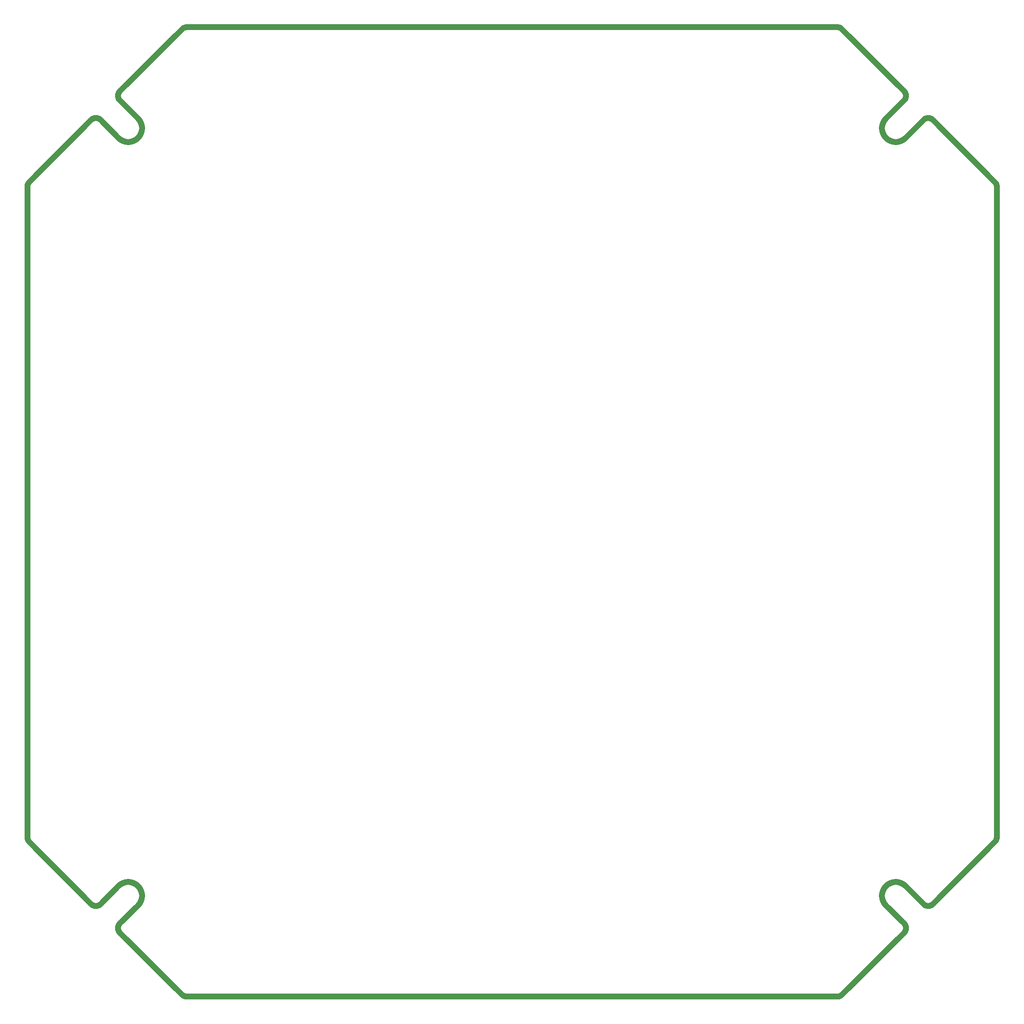
<source format=gm1>
G04*
G04 #@! TF.GenerationSoftware,Altium Limited,Altium Designer,21.9.2 (33)*
G04*
G04 Layer_Color=16711935*
%FSLAX25Y25*%
%MOIN*%
G70*
G04*
G04 #@! TF.SameCoordinates,13767C54-6F9D-4A25-A659-AB5A745D9402*
G04*
G04*
G04 #@! TF.FilePolarity,Positive*
G04*
G01*
G75*
%ADD17C,0.04724*%
D17*
X386035Y576252D02*
X386830Y575216D01*
X387330Y574011D01*
X387500Y572716D01*
Y52284D02*
Y572716D01*
X387330Y50990D02*
X387500Y52284D01*
X386830Y49784D02*
X387330Y50990D01*
X386035Y48748D02*
X386830Y49784D01*
X336243Y-1045D02*
X386035Y48748D01*
X335367Y-1743D02*
X336243Y-1045D01*
X334359Y-2228D02*
X335367Y-1743D01*
X333267Y-2478D02*
X334359Y-2228D01*
X332147Y-2478D02*
X333267D01*
X331056Y-2228D02*
X332147Y-2478D01*
X330047Y-1743D02*
X331056Y-2228D01*
X329172Y-1045D02*
X330047Y-1743D01*
X314657Y13470D02*
X329172Y-1045D01*
X312982Y14845D02*
X314657Y13470D01*
X311072Y15866D02*
X312982Y14845D01*
X308999Y16495D02*
X311072Y15866D01*
X306843Y16707D02*
X308999Y16495D01*
X304687D02*
X306843Y16707D01*
X302614Y15866D02*
X304687Y16495D01*
X300704Y14845D02*
X302614Y15866D01*
X299030Y13470D02*
X300704Y14845D01*
X297655Y11796D02*
X299030Y13470D01*
X296634Y9886D02*
X297655Y11796D01*
X296006Y7813D02*
X296634Y9886D01*
X295793Y5657D02*
X296006Y7813D01*
X295793Y5657D02*
X296006Y3501D01*
X296634Y1428D01*
X297655Y-482D01*
X299030Y-2157D01*
X313545Y-16672D01*
X314243Y-17547D01*
X314729Y-18556D01*
X314978Y-19647D01*
Y-20767D02*
Y-19647D01*
X314729Y-21859D02*
X314978Y-20767D01*
X314243Y-22867D02*
X314729Y-21859D01*
X313545Y-23743D02*
X314243Y-22867D01*
X263752Y-73536D02*
X313545Y-23743D01*
X262716Y-74330D02*
X263752Y-73536D01*
X261510Y-74830D02*
X262716Y-74330D01*
X260216Y-75000D02*
X261510Y-74830D01*
X-260216Y-75000D02*
X260216Y-75000D01*
X-261510Y-74830D02*
X-260216Y-75000D01*
X-262716Y-74330D02*
X-261510Y-74830D01*
X-263752Y-73536D02*
X-262716Y-74330D01*
X-313545Y-23743D02*
X-263752Y-73536D01*
X-314243Y-22867D02*
X-313545Y-23743D01*
X-314728Y-21859D02*
X-314243Y-22867D01*
X-314978Y-20767D02*
X-314728Y-21859D01*
X-314978Y-20767D02*
Y-19647D01*
X-314728Y-18556D01*
X-314243Y-17547D01*
X-313545Y-16672D01*
X-299030Y-2157D01*
X-297655Y-482D01*
X-296634Y1428D01*
X-296006Y3501D01*
X-295793Y5657D01*
X-296006Y7813D02*
X-295793Y5657D01*
X-296634Y9886D02*
X-296006Y7813D01*
X-297655Y11796D02*
X-296634Y9886D01*
X-299030Y13470D02*
X-297655Y11796D01*
X-300704Y14845D02*
X-299030Y13470D01*
X-302614Y15866D02*
X-300704Y14845D01*
X-304687Y16495D02*
X-302614Y15866D01*
X-306843Y16707D02*
X-304687Y16495D01*
X-308999D02*
X-306843Y16707D01*
X-311072Y15866D02*
X-308999Y16495D01*
X-312982Y14845D02*
X-311072Y15866D01*
X-314657Y13470D02*
X-312982Y14845D01*
X-329172Y-1045D02*
X-314657Y13470D01*
X-330047Y-1743D02*
X-329172Y-1045D01*
X-331056Y-2229D02*
X-330047Y-1743D01*
X-332147Y-2478D02*
X-331056Y-2229D01*
X-333267Y-2478D02*
X-332147D01*
X-334359Y-2229D02*
X-333267Y-2478D01*
X-335367Y-1743D02*
X-334359Y-2229D01*
X-336243Y-1045D02*
X-335367Y-1743D01*
X-386035Y48748D02*
X-336243Y-1045D01*
X-386830Y49784D02*
X-386035Y48748D01*
X-387330Y50990D02*
X-386830Y49784D01*
X-387500Y52284D02*
X-387330Y50990D01*
X-387500Y572716D02*
X-387500Y52284D01*
X-387500Y572716D02*
X-387330Y574011D01*
X-386830Y575216D01*
X-386035Y576252D01*
X-336243Y626045D01*
X-335367Y626743D01*
X-334359Y627229D01*
X-333267Y627478D01*
X-332147D01*
X-331056Y627229D01*
X-330047Y626743D01*
X-329172Y626045D01*
X-314657Y611530D01*
X-312982Y610155D01*
X-311072Y609134D01*
X-308999Y608505D01*
X-306843Y608293D01*
X-304687Y608505D01*
X-302614Y609134D01*
X-300704Y610155D01*
X-299030Y611530D01*
X-297655Y613204D01*
X-296634Y615114D01*
X-296006Y617187D01*
X-295793Y619343D01*
X-296006Y621499D02*
X-295793Y619343D01*
X-296634Y623572D02*
X-296006Y621499D01*
X-297655Y625482D02*
X-296634Y623572D01*
X-299030Y627157D02*
X-297655Y625482D01*
X-313545Y641672D02*
X-299030Y627157D01*
X-314243Y642547D02*
X-313545Y641672D01*
X-314729Y643556D02*
X-314243Y642547D01*
X-314978Y644647D02*
X-314729Y643556D01*
X-314978Y644647D02*
Y645767D01*
X-314729Y646859D01*
X-314243Y647867D01*
X-313545Y648743D01*
X-263752Y698535D01*
X-262716Y699330D01*
X-261510Y699830D01*
X-260216Y700000D01*
X260216D01*
X261510Y699830D01*
X262716Y699330D01*
X263752Y698535D01*
X313545Y648743D01*
X314243Y647867D01*
X314729Y646859D01*
X314978Y645767D01*
Y644647D02*
Y645767D01*
X314729Y643556D02*
X314978Y644647D01*
X314243Y642547D02*
X314729Y643556D01*
X313545Y641672D02*
X314243Y642547D01*
X299030Y627157D02*
X313545Y641672D01*
X297655Y625482D02*
X299030Y627157D01*
X296634Y623572D02*
X297655Y625482D01*
X296005Y621499D02*
X296634Y623572D01*
X295793Y619343D02*
X296005Y621499D01*
X295793Y619343D02*
X296005Y617187D01*
X296634Y615114D01*
X297655Y613204D01*
X299030Y611530D01*
X300704Y610155D01*
X302614Y609134D01*
X304687Y608505D01*
X306843Y608293D01*
X308999Y608505D01*
X311072Y609134D01*
X312982Y610155D01*
X314657Y611530D01*
X329172Y626045D01*
X330047Y626743D01*
X331056Y627229D01*
X332147Y627478D01*
X333267D01*
X334359Y627229D01*
X335367Y626743D01*
X336243Y626045D01*
X386035Y576252D01*
M02*

</source>
